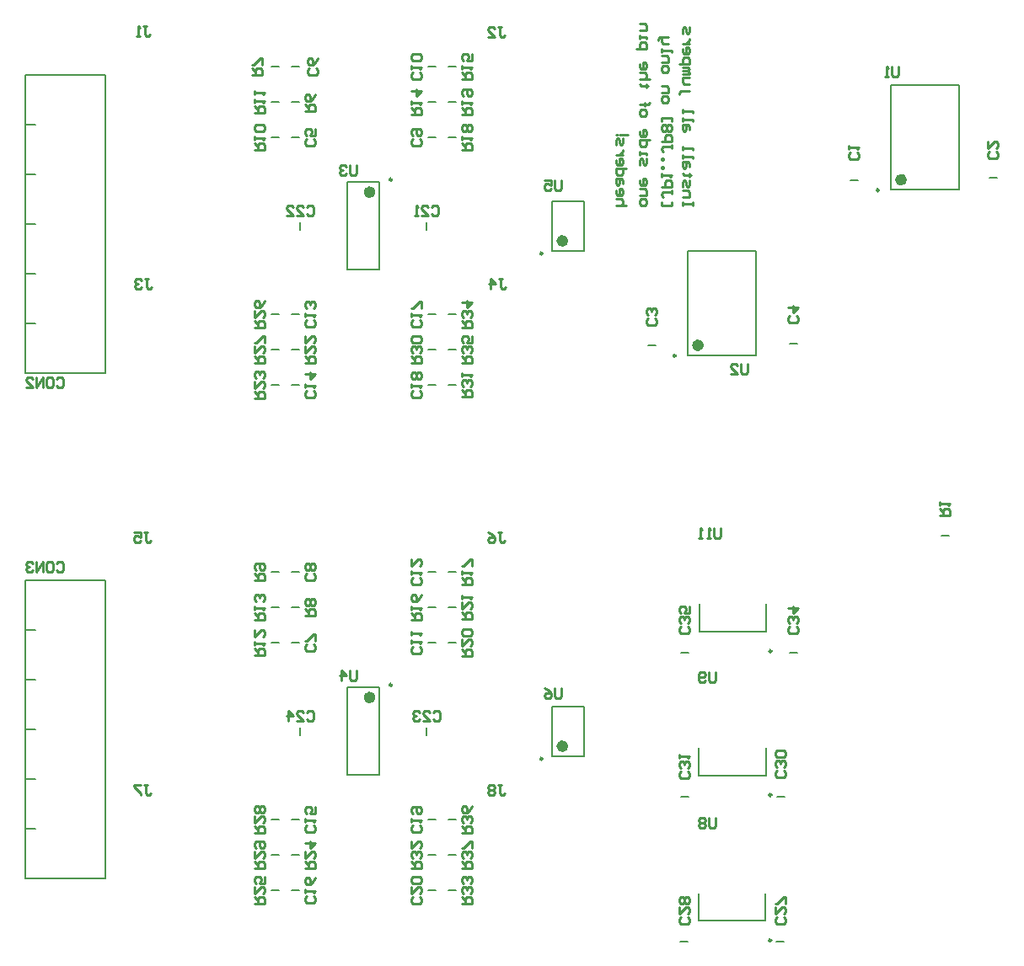
<source format=gbo>
G04*
G04 #@! TF.GenerationSoftware,Altium Limited,Altium Designer,22.1.2 (22)*
G04*
G04 Layer_Color=32896*
%FSLAX25Y25*%
%MOIN*%
G70*
G04*
G04 #@! TF.SameCoordinates,8EC6406F-258D-449A-8705-EE3481E119B6*
G04*
G04*
G04 #@! TF.FilePolarity,Positive*
G04*
G01*
G75*
%ADD10C,0.00984*%
%ADD12C,0.01000*%
%ADD14C,0.00800*%
%ADD70C,0.02362*%
D10*
X600353Y173793D02*
G03*
X600353Y173793I-492J0D01*
G01*
X562492Y347654D02*
G03*
X562492Y347654I-492J0D01*
G01*
X600453Y230693D02*
G03*
X600453Y230693I-492J0D01*
G01*
X509764Y388154D02*
G03*
X509764Y388154I-492J0D01*
G01*
X642791Y413154D02*
G03*
X642791Y413154I-492J0D01*
G01*
X509764Y188154D02*
G03*
X509764Y188154I-492J0D01*
G01*
X450220Y217347D02*
G03*
X450220Y217347I-492J0D01*
G01*
Y417346D02*
G03*
X450220Y417346I-492J0D01*
G01*
X600253Y116293D02*
G03*
X600253Y116293I-492J0D01*
G01*
D12*
X569259Y407000D02*
Y408333D01*
Y407666D01*
X565261D01*
Y407000D01*
Y408333D01*
Y410332D02*
X567926D01*
Y412332D01*
X567260Y412998D01*
X565261D01*
Y414331D02*
Y416330D01*
X565927Y416997D01*
X566593Y416330D01*
Y414997D01*
X567260Y414331D01*
X567926Y414997D01*
Y416997D01*
X568593Y418996D02*
X567926D01*
Y418330D01*
Y419663D01*
Y418996D01*
X565927D01*
X565261Y419663D01*
X567926Y422328D02*
Y423661D01*
X567260Y424328D01*
X565261D01*
Y422328D01*
X565927Y421662D01*
X566593Y422328D01*
Y424328D01*
X565261Y425661D02*
Y426994D01*
Y426327D01*
X569259D01*
Y425661D01*
X565261Y428993D02*
Y430326D01*
Y429659D01*
X569259D01*
Y428993D01*
X567926Y436990D02*
Y438323D01*
X567260Y438990D01*
X565261D01*
Y436990D01*
X565927Y436324D01*
X566593Y436990D01*
Y438990D01*
X565261Y440323D02*
Y441655D01*
Y440989D01*
X569259D01*
Y440323D01*
X565261Y443655D02*
Y444988D01*
Y444321D01*
X569259D01*
Y443655D01*
X563928Y450986D02*
Y451652D01*
X564594Y452319D01*
X567926D01*
Y454985D02*
X565927D01*
X565261Y455651D01*
Y457650D01*
X567926D01*
X565261Y458983D02*
X567926D01*
Y459650D01*
X567260Y460316D01*
X565261D01*
X567260D01*
X567926Y460983D01*
X567260Y461649D01*
X565261D01*
X563928Y462982D02*
X567926D01*
Y464981D01*
X567260Y465648D01*
X565927D01*
X565261Y464981D01*
Y462982D01*
Y468980D02*
Y467647D01*
X565927Y466981D01*
X567260D01*
X567926Y467647D01*
Y468980D01*
X567260Y469647D01*
X566593D01*
Y466981D01*
X567926Y470979D02*
X565261D01*
X566593D01*
X567260Y471646D01*
X567926Y472312D01*
Y472979D01*
X565261Y474978D02*
Y476977D01*
X565927Y477644D01*
X566593Y476977D01*
Y475644D01*
X567260Y474978D01*
X567926Y475644D01*
Y477644D01*
X556729Y408333D02*
Y407000D01*
X560728D01*
Y408333D01*
Y412998D02*
Y411665D01*
Y412332D01*
X557396D01*
X556729Y411665D01*
Y410999D01*
X557396Y410332D01*
X556729Y414331D02*
X560728D01*
Y416330D01*
X560061Y416997D01*
X558729D01*
X558062Y416330D01*
Y414331D01*
X556729Y418330D02*
Y419663D01*
Y418996D01*
X560728D01*
X560061Y418330D01*
X556729Y421662D02*
X557396D01*
Y422328D01*
X556729D01*
Y421662D01*
Y424994D02*
X557396D01*
Y425661D01*
X556729D01*
Y424994D01*
X560728Y430992D02*
Y429659D01*
Y430326D01*
X557396D01*
X556729Y429659D01*
Y428993D01*
X557396Y428327D01*
X556729Y432325D02*
X560728D01*
Y434325D01*
X560061Y434991D01*
X558729D01*
X558062Y434325D01*
Y432325D01*
X560061Y436324D02*
X560728Y436990D01*
Y438323D01*
X560061Y438990D01*
X559395D01*
X558729Y438323D01*
X558062Y438990D01*
X557396D01*
X556729Y438323D01*
Y436990D01*
X557396Y436324D01*
X558062D01*
X558729Y436990D01*
X559395Y436324D01*
X560061D01*
X558729Y436990D02*
Y438323D01*
X556729Y440323D02*
Y441655D01*
X560728D01*
Y440323D01*
X556729Y448320D02*
Y449653D01*
X557396Y450319D01*
X558729D01*
X559395Y449653D01*
Y448320D01*
X558729Y447654D01*
X557396D01*
X556729Y448320D01*
Y451652D02*
X559395D01*
Y453652D01*
X558729Y454318D01*
X556729D01*
Y460316D02*
Y461649D01*
X557396Y462316D01*
X558729D01*
X559395Y461649D01*
Y460316D01*
X558729Y459650D01*
X557396D01*
X556729Y460316D01*
Y463648D02*
X559395D01*
Y465648D01*
X558729Y466314D01*
X556729D01*
Y467647D02*
Y468980D01*
Y468314D01*
X560728D01*
Y467647D01*
X559395Y470979D02*
X557396D01*
X556729Y471646D01*
Y473645D01*
X556063D01*
X555396Y472979D01*
Y472312D01*
X556729Y473645D02*
X559395D01*
X548198Y407666D02*
Y408999D01*
X548864Y409666D01*
X550197D01*
X550864Y408999D01*
Y407666D01*
X550197Y407000D01*
X548864D01*
X548198Y407666D01*
Y410999D02*
X550864D01*
Y412998D01*
X550197Y413664D01*
X548198D01*
Y416997D02*
Y415664D01*
X548864Y414997D01*
X550197D01*
X550864Y415664D01*
Y416997D01*
X550197Y417663D01*
X549531D01*
Y414997D01*
X548198Y422995D02*
Y424994D01*
X548864Y425661D01*
X549531Y424994D01*
Y423661D01*
X550197Y422995D01*
X550864Y423661D01*
Y425661D01*
X548198Y426994D02*
Y428327D01*
Y427660D01*
X550864D01*
Y426994D01*
X552197Y432992D02*
X548198D01*
Y430992D01*
X548864Y430326D01*
X550197D01*
X550864Y430992D01*
Y432992D01*
X548198Y436324D02*
Y434991D01*
X548864Y434325D01*
X550197D01*
X550864Y434991D01*
Y436324D01*
X550197Y436990D01*
X549531D01*
Y434325D01*
X548198Y442988D02*
Y444321D01*
X548864Y444988D01*
X550197D01*
X550864Y444321D01*
Y442988D01*
X550197Y442322D01*
X548864D01*
X548198Y442988D01*
Y446987D02*
X551530D01*
X550197D01*
Y446321D01*
Y447653D01*
Y446987D01*
X551530D01*
X552197Y447653D01*
X551530Y454318D02*
X550864D01*
Y453652D01*
Y454985D01*
Y454318D01*
X548864D01*
X548198Y454985D01*
X552197Y456984D02*
X548198D01*
X550197D01*
X550864Y457650D01*
Y458983D01*
X550197Y459650D01*
X548198D01*
Y462982D02*
Y461649D01*
X548864Y460983D01*
X550197D01*
X550864Y461649D01*
Y462982D01*
X550197Y463648D01*
X549531D01*
Y460983D01*
X546865Y468980D02*
X550864D01*
Y470979D01*
X550197Y471646D01*
X548864D01*
X548198Y470979D01*
Y468980D01*
Y472979D02*
Y474312D01*
Y473645D01*
X550864D01*
Y472979D01*
X548198Y476311D02*
X550864D01*
Y478310D01*
X550197Y478977D01*
X548198D01*
X542999Y407000D02*
X539000D01*
X540999D01*
X541666Y407666D01*
Y408999D01*
X540999Y409666D01*
X539000D01*
Y412998D02*
Y411665D01*
X539666Y410999D01*
X540999D01*
X541666Y411665D01*
Y412998D01*
X540999Y413664D01*
X540333D01*
Y410999D01*
X541666Y415664D02*
Y416997D01*
X540999Y417663D01*
X539000D01*
Y415664D01*
X539666Y414997D01*
X540333Y415664D01*
Y417663D01*
X542999Y421662D02*
X539000D01*
Y419663D01*
X539666Y418996D01*
X540999D01*
X541666Y419663D01*
Y421662D01*
X539000Y424994D02*
Y423661D01*
X539666Y422995D01*
X540999D01*
X541666Y423661D01*
Y424994D01*
X540999Y425661D01*
X540333D01*
Y422995D01*
X541666Y426994D02*
X539000D01*
X540333D01*
X540999Y427660D01*
X541666Y428327D01*
Y428993D01*
X539000Y430992D02*
Y432992D01*
X539666Y433658D01*
X540333Y432992D01*
Y431659D01*
X540999Y430992D01*
X541666Y431659D01*
Y433658D01*
X540333Y434991D02*
X543665D01*
X539666D02*
X539000D01*
X580300Y279299D02*
Y275966D01*
X579634Y275300D01*
X578301D01*
X577634Y275966D01*
Y279299D01*
X576301Y275300D02*
X574968D01*
X575635D01*
Y279299D01*
X576301Y278632D01*
X572969Y275300D02*
X571636D01*
X572303D01*
Y279299D01*
X572969Y278632D01*
X578200Y222399D02*
Y219066D01*
X577534Y218400D01*
X576201D01*
X575534Y219066D01*
Y222399D01*
X574201Y219066D02*
X573535Y218400D01*
X572202D01*
X571535Y219066D01*
Y221732D01*
X572202Y222399D01*
X573535D01*
X574201Y221732D01*
Y221066D01*
X573535Y220399D01*
X571535D01*
X578100Y164899D02*
Y161566D01*
X577434Y160900D01*
X576101D01*
X575434Y161566D01*
Y164899D01*
X574101Y164232D02*
X573435Y164899D01*
X572102D01*
X571435Y164232D01*
Y163566D01*
X572102Y162899D01*
X571435Y162233D01*
Y161566D01*
X572102Y160900D01*
X573435D01*
X574101Y161566D01*
Y162233D01*
X573435Y162899D01*
X574101Y163566D01*
Y164232D01*
X573435Y162899D02*
X572102D01*
X517332Y215999D02*
Y212667D01*
X516666Y212001D01*
X515333D01*
X514666Y212667D01*
Y215999D01*
X510668D02*
X512001Y215333D01*
X513334Y214000D01*
Y212667D01*
X512667Y212001D01*
X511334D01*
X510668Y212667D01*
Y213334D01*
X511334Y214000D01*
X513334D01*
X517332Y416999D02*
Y413667D01*
X516666Y413001D01*
X515333D01*
X514666Y413667D01*
Y416999D01*
X510668D02*
X513334D01*
Y415000D01*
X512001Y415666D01*
X511334D01*
X510668Y415000D01*
Y413667D01*
X511334Y413001D01*
X512667D01*
X513334Y413667D01*
X436332Y222999D02*
Y219667D01*
X435666Y219001D01*
X434333D01*
X433666Y219667D01*
Y222999D01*
X430334Y219001D02*
Y222999D01*
X432334Y221000D01*
X429668D01*
X436332Y422999D02*
Y419667D01*
X435666Y419001D01*
X434333D01*
X433666Y419667D01*
Y422999D01*
X432334Y422333D02*
X431667Y422999D01*
X430334D01*
X429668Y422333D01*
Y421666D01*
X430334Y421000D01*
X431001D01*
X430334D01*
X429668Y420334D01*
Y419667D01*
X430334Y419001D01*
X431667D01*
X432334Y419667D01*
X591033Y344499D02*
Y341167D01*
X590367Y340501D01*
X589034D01*
X588367Y341167D01*
Y344499D01*
X584369Y340501D02*
X587034D01*
X584369Y343166D01*
Y343833D01*
X585035Y344499D01*
X586368D01*
X587034Y343833D01*
X650666Y461999D02*
Y458667D01*
X649999Y458001D01*
X648666D01*
X648000Y458667D01*
Y461999D01*
X646667Y458001D02*
X645334D01*
X646001D01*
Y461999D01*
X646667Y461333D01*
X478001Y144668D02*
X481999D01*
Y146668D01*
X481333Y147334D01*
X480000D01*
X479333Y146668D01*
Y144668D01*
Y146001D02*
X478001Y147334D01*
X481333Y148667D02*
X481999Y149334D01*
Y150666D01*
X481333Y151333D01*
X480666D01*
X480000Y150666D01*
Y150000D01*
Y150666D01*
X479333Y151333D01*
X478667D01*
X478001Y150666D01*
Y149334D01*
X478667Y148667D01*
X481999Y152666D02*
Y155332D01*
X481333D01*
X478667Y152666D01*
X478001D01*
X478001Y158668D02*
X481999D01*
Y160668D01*
X481333Y161334D01*
X480000D01*
X479334Y160668D01*
Y158668D01*
Y160001D02*
X478001Y161334D01*
X481333Y162667D02*
X481999Y163333D01*
Y164666D01*
X481333Y165333D01*
X480666D01*
X480000Y164666D01*
Y164000D01*
Y164666D01*
X479334Y165333D01*
X478667D01*
X478001Y164666D01*
Y163333D01*
X478667Y162667D01*
X481999Y169332D02*
X481333Y167999D01*
X480000Y166666D01*
X478667D01*
X478001Y167332D01*
Y168665D01*
X478667Y169332D01*
X479334D01*
X480000Y168665D01*
Y166666D01*
X478001Y344668D02*
X481999D01*
Y346668D01*
X481333Y347334D01*
X480000D01*
X479334Y346668D01*
Y344668D01*
Y346001D02*
X478001Y347334D01*
X481333Y348667D02*
X481999Y349334D01*
Y350666D01*
X481333Y351333D01*
X480666D01*
X480000Y350666D01*
Y350000D01*
Y350666D01*
X479334Y351333D01*
X478667D01*
X478001Y350666D01*
Y349334D01*
X478667Y348667D01*
X481999Y355332D02*
Y352666D01*
X480000D01*
X480666Y353999D01*
Y354665D01*
X480000Y355332D01*
X478667D01*
X478001Y354665D01*
Y353332D01*
X478667Y352666D01*
X478001Y358668D02*
X481999D01*
Y360668D01*
X481333Y361334D01*
X480000D01*
X479334Y360668D01*
Y358668D01*
Y360001D02*
X478001Y361334D01*
X481333Y362667D02*
X481999Y363334D01*
Y364666D01*
X481333Y365333D01*
X480666D01*
X480000Y364666D01*
Y364000D01*
Y364666D01*
X479334Y365333D01*
X478667D01*
X478001Y364666D01*
Y363334D01*
X478667Y362667D01*
X478001Y368665D02*
X481999D01*
X480000Y366666D01*
Y369332D01*
X478001Y130668D02*
X481999D01*
Y132668D01*
X481333Y133334D01*
X480000D01*
X479333Y132668D01*
Y130668D01*
Y132001D02*
X478001Y133334D01*
X481333Y134667D02*
X481999Y135334D01*
Y136666D01*
X481333Y137333D01*
X480666D01*
X480000Y136666D01*
Y136000D01*
Y136666D01*
X479333Y137333D01*
X478667D01*
X478001Y136666D01*
Y135334D01*
X478667Y134667D01*
X481333Y138666D02*
X481999Y139332D01*
Y140665D01*
X481333Y141332D01*
X480666D01*
X480000Y140665D01*
Y139999D01*
Y140665D01*
X479333Y141332D01*
X478667D01*
X478001Y140665D01*
Y139332D01*
X478667Y138666D01*
X458001Y144668D02*
X461999D01*
Y146668D01*
X461333Y147334D01*
X460000D01*
X459334Y146668D01*
Y144668D01*
Y146001D02*
X458001Y147334D01*
X461333Y148667D02*
X461999Y149334D01*
Y150666D01*
X461333Y151333D01*
X460666D01*
X460000Y150666D01*
Y150000D01*
Y150666D01*
X459334Y151333D01*
X458667D01*
X458001Y150666D01*
Y149334D01*
X458667Y148667D01*
X458001Y155332D02*
Y152666D01*
X460666Y155332D01*
X461333D01*
X461999Y154665D01*
Y153332D01*
X461333Y152666D01*
X478001Y331335D02*
X481999D01*
Y333334D01*
X481333Y334001D01*
X480000D01*
X479334Y333334D01*
Y331335D01*
Y332668D02*
X478001Y334001D01*
X481333Y335334D02*
X481999Y336000D01*
Y337333D01*
X481333Y337999D01*
X480666D01*
X480000Y337333D01*
Y336666D01*
Y337333D01*
X479334Y337999D01*
X478667D01*
X478001Y337333D01*
Y336000D01*
X478667Y335334D01*
X478001Y339332D02*
Y340665D01*
Y339999D01*
X481999D01*
X481333Y339332D01*
X458001Y344668D02*
X461999D01*
Y346668D01*
X461333Y347334D01*
X460000D01*
X459334Y346668D01*
Y344668D01*
Y346001D02*
X458001Y347334D01*
X461333Y348667D02*
X461999Y349334D01*
Y350666D01*
X461333Y351333D01*
X460666D01*
X460000Y350666D01*
Y350000D01*
Y350666D01*
X459334Y351333D01*
X458667D01*
X458001Y350666D01*
Y349334D01*
X458667Y348667D01*
X461333Y352666D02*
X461999Y353332D01*
Y354665D01*
X461333Y355332D01*
X458667D01*
X458001Y354665D01*
Y353332D01*
X458667Y352666D01*
X461333D01*
X396001Y144668D02*
X399999D01*
Y146668D01*
X399333Y147334D01*
X398000D01*
X397334Y146668D01*
Y144668D01*
Y146001D02*
X396001Y147334D01*
Y151333D02*
Y148667D01*
X398666Y151333D01*
X399333D01*
X399999Y150666D01*
Y149334D01*
X399333Y148667D01*
X396667Y152666D02*
X396001Y153332D01*
Y154665D01*
X396667Y155332D01*
X399333D01*
X399999Y154665D01*
Y153332D01*
X399333Y152666D01*
X398666D01*
X398000Y153332D01*
Y155332D01*
X396001Y158668D02*
X399999D01*
Y160668D01*
X399333Y161334D01*
X398000D01*
X397334Y160668D01*
Y158668D01*
Y160001D02*
X396001Y161334D01*
Y165333D02*
Y162667D01*
X398666Y165333D01*
X399333D01*
X399999Y164666D01*
Y163333D01*
X399333Y162667D01*
Y166666D02*
X399999Y167332D01*
Y168665D01*
X399333Y169332D01*
X398666D01*
X398000Y168665D01*
X397334Y169332D01*
X396667D01*
X396001Y168665D01*
Y167332D01*
X396667Y166666D01*
X397334D01*
X398000Y167332D01*
X398666Y166666D01*
X399333D01*
X398000Y167332D02*
Y168665D01*
X396001Y344668D02*
X399999D01*
Y346668D01*
X399333Y347334D01*
X398000D01*
X397334Y346668D01*
Y344668D01*
Y346001D02*
X396001Y347334D01*
Y351333D02*
Y348667D01*
X398666Y351333D01*
X399333D01*
X399999Y350666D01*
Y349334D01*
X399333Y348667D01*
X399999Y352666D02*
Y355332D01*
X399333D01*
X396667Y352666D01*
X396001D01*
Y358668D02*
X399999D01*
Y360668D01*
X399333Y361334D01*
X398000D01*
X397334Y360668D01*
Y358668D01*
Y360001D02*
X396001Y361334D01*
Y365333D02*
Y362667D01*
X398666Y365333D01*
X399333D01*
X399999Y364666D01*
Y363334D01*
X399333Y362667D01*
X399999Y369332D02*
X399333Y367999D01*
X398000Y366666D01*
X396667D01*
X396001Y367332D01*
Y368665D01*
X396667Y369332D01*
X397334D01*
X398000Y368665D01*
Y366666D01*
X396001Y130668D02*
X399999D01*
Y132668D01*
X399333Y133334D01*
X398000D01*
X397334Y132668D01*
Y130668D01*
Y132001D02*
X396001Y133334D01*
Y137333D02*
Y134667D01*
X398666Y137333D01*
X399333D01*
X399999Y136666D01*
Y135334D01*
X399333Y134667D01*
X399999Y141332D02*
Y138666D01*
X398000D01*
X398666Y139999D01*
Y140665D01*
X398000Y141332D01*
X396667D01*
X396001Y140665D01*
Y139332D01*
X396667Y138666D01*
X416001Y144668D02*
X419999D01*
Y146668D01*
X419333Y147334D01*
X418000D01*
X417334Y146668D01*
Y144668D01*
Y146001D02*
X416001Y147334D01*
Y151333D02*
Y148667D01*
X418666Y151333D01*
X419333D01*
X419999Y150666D01*
Y149334D01*
X419333Y148667D01*
X416001Y154665D02*
X419999D01*
X418000Y152666D01*
Y155332D01*
X396001Y330668D02*
X399999D01*
Y332668D01*
X399333Y333334D01*
X398000D01*
X397334Y332668D01*
Y330668D01*
Y332001D02*
X396001Y333334D01*
Y337333D02*
Y334667D01*
X398666Y337333D01*
X399333D01*
X399999Y336666D01*
Y335334D01*
X399333Y334667D01*
Y338666D02*
X399999Y339332D01*
Y340665D01*
X399333Y341332D01*
X398666D01*
X398000Y340665D01*
Y339999D01*
Y340665D01*
X397334Y341332D01*
X396667D01*
X396001Y340665D01*
Y339332D01*
X396667Y338666D01*
X416001Y344668D02*
X419999D01*
Y346668D01*
X419333Y347334D01*
X418000D01*
X417334Y346668D01*
Y344668D01*
Y346001D02*
X416001Y347334D01*
Y351333D02*
Y348667D01*
X418666Y351333D01*
X419333D01*
X419999Y350666D01*
Y349334D01*
X419333Y348667D01*
X416001Y355332D02*
Y352666D01*
X418666Y355332D01*
X419333D01*
X419999Y354665D01*
Y353332D01*
X419333Y352666D01*
X478001Y243335D02*
X481999D01*
Y245334D01*
X481333Y246001D01*
X480000D01*
X479334Y245334D01*
Y243335D01*
Y244668D02*
X478001Y246001D01*
Y249999D02*
Y247334D01*
X480666Y249999D01*
X481333D01*
X481999Y249333D01*
Y248000D01*
X481333Y247334D01*
X478001Y251332D02*
Y252665D01*
Y251999D01*
X481999D01*
X481333Y251332D01*
X478001Y228668D02*
X481999D01*
Y230668D01*
X481333Y231334D01*
X480000D01*
X479334Y230668D01*
Y228668D01*
Y230001D02*
X478001Y231334D01*
Y235333D02*
Y232667D01*
X480666Y235333D01*
X481333D01*
X481999Y234666D01*
Y233334D01*
X481333Y232667D01*
Y236666D02*
X481999Y237332D01*
Y238665D01*
X481333Y239332D01*
X478667D01*
X478001Y238665D01*
Y237332D01*
X478667Y236666D01*
X481333D01*
X478001Y443002D02*
X481999D01*
Y445001D01*
X481333Y445667D01*
X480000D01*
X479334Y445001D01*
Y443002D01*
Y444335D02*
X478001Y445667D01*
Y447000D02*
Y448333D01*
Y447667D01*
X481999D01*
X481333Y447000D01*
X478667Y450333D02*
X478001Y450999D01*
Y452332D01*
X478667Y452998D01*
X481333D01*
X481999Y452332D01*
Y450999D01*
X481333Y450333D01*
X480666D01*
X480000Y450999D01*
Y452998D01*
X478001Y429002D02*
X481999D01*
Y431001D01*
X481333Y431667D01*
X480000D01*
X479334Y431001D01*
Y429002D01*
Y430335D02*
X478001Y431667D01*
Y433000D02*
Y434333D01*
Y433667D01*
X481999D01*
X481333Y433000D01*
Y436333D02*
X481999Y436999D01*
Y438332D01*
X481333Y438998D01*
X480666D01*
X480000Y438332D01*
X479334Y438998D01*
X478667D01*
X478001Y438332D01*
Y436999D01*
X478667Y436333D01*
X479334D01*
X480000Y436999D01*
X480666Y436333D01*
X481333D01*
X480000Y436999D02*
Y438332D01*
X478001Y257002D02*
X481999D01*
Y259001D01*
X481333Y259667D01*
X480000D01*
X479334Y259001D01*
Y257002D01*
Y258334D02*
X478001Y259667D01*
Y261000D02*
Y262333D01*
Y261667D01*
X481999D01*
X481333Y261000D01*
X481999Y264333D02*
Y266998D01*
X481333D01*
X478667Y264333D01*
X478001D01*
X458001Y243002D02*
X461999D01*
Y245001D01*
X461333Y245667D01*
X460000D01*
X459334Y245001D01*
Y243002D01*
Y244335D02*
X458001Y245667D01*
Y247000D02*
Y248333D01*
Y247667D01*
X461999D01*
X461333Y247000D01*
X461999Y252998D02*
X461333Y251665D01*
X460000Y250333D01*
X458667D01*
X458001Y250999D01*
Y252332D01*
X458667Y252998D01*
X459334D01*
X460000Y252332D01*
Y250333D01*
X478001Y457002D02*
X481999D01*
Y459001D01*
X481333Y459667D01*
X480000D01*
X479334Y459001D01*
Y457002D01*
Y458334D02*
X478001Y459667D01*
Y461000D02*
Y462333D01*
Y461667D01*
X481999D01*
X481333Y461000D01*
X481999Y466998D02*
Y464333D01*
X480000D01*
X480666Y465665D01*
Y466332D01*
X480000Y466998D01*
X478667D01*
X478001Y466332D01*
Y464999D01*
X478667Y464333D01*
X458001Y443002D02*
X461999D01*
Y445001D01*
X461333Y445667D01*
X460000D01*
X459334Y445001D01*
Y443002D01*
Y444335D02*
X458001Y445667D01*
Y447000D02*
Y448333D01*
Y447667D01*
X461999D01*
X461333Y447000D01*
X458001Y452332D02*
X461999D01*
X460000Y450333D01*
Y452998D01*
X396001Y243002D02*
X399999D01*
Y245001D01*
X399333Y245667D01*
X398000D01*
X397334Y245001D01*
Y243002D01*
Y244335D02*
X396001Y245667D01*
Y247000D02*
Y248333D01*
Y247667D01*
X399999D01*
X399333Y247000D01*
Y250333D02*
X399999Y250999D01*
Y252332D01*
X399333Y252998D01*
X398666D01*
X398000Y252332D01*
Y251665D01*
Y252332D01*
X397334Y252998D01*
X396667D01*
X396001Y252332D01*
Y250999D01*
X396667Y250333D01*
X396001Y229002D02*
X399999D01*
Y231001D01*
X399333Y231667D01*
X398000D01*
X397334Y231001D01*
Y229002D01*
Y230334D02*
X396001Y231667D01*
Y233000D02*
Y234333D01*
Y233667D01*
X399999D01*
X399333Y233000D01*
X396001Y238998D02*
Y236333D01*
X398666Y238998D01*
X399333D01*
X399999Y238332D01*
Y236999D01*
X399333Y236333D01*
X396001Y443668D02*
X399999D01*
Y445667D01*
X399333Y446334D01*
X398000D01*
X397334Y445667D01*
Y443668D01*
Y445001D02*
X396001Y446334D01*
Y447667D02*
Y449000D01*
Y448333D01*
X399999D01*
X399333Y447667D01*
X396001Y450999D02*
Y452332D01*
Y451665D01*
X399999D01*
X399333Y450999D01*
X396001Y429002D02*
X399999D01*
Y431001D01*
X399333Y431667D01*
X398000D01*
X397334Y431001D01*
Y429002D01*
Y430335D02*
X396001Y431667D01*
Y433000D02*
Y434333D01*
Y433667D01*
X399999D01*
X399333Y433000D01*
Y436333D02*
X399999Y436999D01*
Y438332D01*
X399333Y438998D01*
X396667D01*
X396001Y438332D01*
Y436999D01*
X396667Y436333D01*
X399333D01*
X396001Y258668D02*
X399999D01*
Y260667D01*
X399333Y261334D01*
X398000D01*
X397334Y260667D01*
Y258668D01*
Y260001D02*
X396001Y261334D01*
X396667Y262667D02*
X396001Y263333D01*
Y264666D01*
X396667Y265332D01*
X399333D01*
X399999Y264666D01*
Y263333D01*
X399333Y262667D01*
X398666D01*
X398000Y263333D01*
Y265332D01*
X416001Y244668D02*
X419999D01*
Y246667D01*
X419333Y247334D01*
X418000D01*
X417334Y246667D01*
Y244668D01*
Y246001D02*
X416001Y247334D01*
X419333Y248667D02*
X419999Y249333D01*
Y250666D01*
X419333Y251332D01*
X418666D01*
X418000Y250666D01*
X417334Y251332D01*
X416667D01*
X416001Y250666D01*
Y249333D01*
X416667Y248667D01*
X417334D01*
X418000Y249333D01*
X418666Y248667D01*
X419333D01*
X418000Y249333D02*
Y250666D01*
X395031Y458668D02*
X399029D01*
Y460667D01*
X398363Y461334D01*
X397030D01*
X396363Y460667D01*
Y458668D01*
Y460001D02*
X395031Y461334D01*
X399029Y462667D02*
Y465332D01*
X398363D01*
X395697Y462667D01*
X395031D01*
X416001Y444455D02*
X419999D01*
Y446454D01*
X419333Y447121D01*
X418000D01*
X417334Y446454D01*
Y444455D01*
Y445788D02*
X416001Y447121D01*
X419999Y451120D02*
X419333Y449787D01*
X418000Y448454D01*
X416667D01*
X416001Y449120D01*
Y450453D01*
X416667Y451120D01*
X417334D01*
X418000Y450453D01*
Y448454D01*
X667001Y284334D02*
X670999D01*
Y286334D01*
X670333Y287000D01*
X669000D01*
X668334Y286334D01*
Y284334D01*
Y285667D02*
X667001Y287000D01*
Y288333D02*
Y289666D01*
Y288999D01*
X670999D01*
X670333Y288333D01*
X492299Y177699D02*
X493632D01*
X492965D01*
Y174366D01*
X493632Y173700D01*
X494298D01*
X494965Y174366D01*
X490966Y177032D02*
X490299Y177699D01*
X488966D01*
X488300Y177032D01*
Y176366D01*
X488966Y175699D01*
X488300Y175033D01*
Y174366D01*
X488966Y173700D01*
X490299D01*
X490966Y174366D01*
Y175033D01*
X490299Y175699D01*
X490966Y176366D01*
Y177032D01*
X490299Y175699D02*
X488966D01*
X352299Y177699D02*
X353632D01*
X352965D01*
Y174366D01*
X353632Y173700D01*
X354298D01*
X354964Y174366D01*
X350966Y177699D02*
X348300D01*
Y177032D01*
X350966Y174366D01*
Y173700D01*
X492299Y277699D02*
X493632D01*
X492965D01*
Y274366D01*
X493632Y273700D01*
X494298D01*
X494965Y274366D01*
X488300Y277699D02*
X489633Y277032D01*
X490966Y275699D01*
Y274366D01*
X490299Y273700D01*
X488966D01*
X488300Y274366D01*
Y275033D01*
X488966Y275699D01*
X490966D01*
X352299Y277699D02*
X353632D01*
X352965D01*
Y274366D01*
X353632Y273700D01*
X354298D01*
X354964Y274366D01*
X348300Y277699D02*
X350966D01*
Y275699D01*
X349633Y276366D01*
X348966D01*
X348300Y275699D01*
Y274366D01*
X348966Y273700D01*
X350299D01*
X350966Y274366D01*
X492666Y377999D02*
X493999D01*
X493333D01*
Y374667D01*
X493999Y374001D01*
X494666D01*
X495332Y374667D01*
X489334Y374001D02*
Y377999D01*
X491333Y376000D01*
X488668D01*
X352666Y377999D02*
X353999D01*
X353333D01*
Y374667D01*
X353999Y374001D01*
X354666D01*
X355332Y374667D01*
X351333Y377333D02*
X350667Y377999D01*
X349334D01*
X348668Y377333D01*
Y376666D01*
X349334Y376000D01*
X350001D01*
X349334D01*
X348668Y375334D01*
Y374667D01*
X349334Y374001D01*
X350667D01*
X351333Y374667D01*
X492299Y477699D02*
X493632D01*
X492965D01*
Y474366D01*
X493632Y473700D01*
X494298D01*
X494965Y474366D01*
X488300Y473700D02*
X490966D01*
X488300Y476366D01*
Y477032D01*
X488966Y477699D01*
X490299D01*
X490966Y477032D01*
X352000Y477999D02*
X353333D01*
X352666D01*
Y474667D01*
X353333Y474001D01*
X353999D01*
X354666Y474667D01*
X350667Y474001D02*
X349334D01*
X350001D01*
Y477999D01*
X350667Y477333D01*
X317665Y265333D02*
X318332Y265999D01*
X319665D01*
X320331Y265333D01*
Y262667D01*
X319665Y262001D01*
X318332D01*
X317665Y262667D01*
X314333Y265999D02*
X315666D01*
X316332Y265333D01*
Y262667D01*
X315666Y262001D01*
X314333D01*
X313666Y262667D01*
Y265333D01*
X314333Y265999D01*
X312333Y262001D02*
Y265999D01*
X309668Y262001D01*
Y265999D01*
X308335Y265333D02*
X307668Y265999D01*
X306335D01*
X305669Y265333D01*
Y264666D01*
X306335Y264000D01*
X307002D01*
X306335D01*
X305669Y263334D01*
Y262667D01*
X306335Y262001D01*
X307668D01*
X308335Y262667D01*
X317665Y338333D02*
X318332Y338999D01*
X319665D01*
X320331Y338333D01*
Y335667D01*
X319665Y335001D01*
X318332D01*
X317665Y335667D01*
X314333Y338999D02*
X315666D01*
X316332Y338333D01*
Y335667D01*
X315666Y335001D01*
X314333D01*
X313666Y335667D01*
Y338333D01*
X314333Y338999D01*
X312333Y335001D02*
Y338999D01*
X309668Y335001D01*
Y338999D01*
X305669Y335001D02*
X308335D01*
X305669Y337666D01*
Y338333D01*
X306335Y338999D01*
X307668D01*
X308335Y338333D01*
X567333Y240334D02*
X567999Y239668D01*
Y238335D01*
X567333Y237668D01*
X564667D01*
X564001Y238335D01*
Y239668D01*
X564667Y240334D01*
X567333Y241667D02*
X567999Y242334D01*
Y243666D01*
X567333Y244333D01*
X566666D01*
X566000Y243666D01*
Y243000D01*
Y243666D01*
X565334Y244333D01*
X564667D01*
X564001Y243666D01*
Y242334D01*
X564667Y241667D01*
X567999Y248332D02*
Y245666D01*
X566000D01*
X566666Y246999D01*
Y247665D01*
X566000Y248332D01*
X564667D01*
X564001Y247665D01*
Y246332D01*
X564667Y245666D01*
X610333Y240334D02*
X610999Y239668D01*
Y238335D01*
X610333Y237668D01*
X607667D01*
X607001Y238335D01*
Y239668D01*
X607667Y240334D01*
X610333Y241667D02*
X610999Y242334D01*
Y243666D01*
X610333Y244333D01*
X609666D01*
X609000Y243666D01*
Y243000D01*
Y243666D01*
X608334Y244333D01*
X607667D01*
X607001Y243666D01*
Y242334D01*
X607667Y241667D01*
X607001Y247665D02*
X610999D01*
X609000Y245666D01*
Y248332D01*
X567333Y183001D02*
X567999Y182334D01*
Y181001D01*
X567333Y180335D01*
X564667D01*
X564001Y181001D01*
Y182334D01*
X564667Y183001D01*
X567333Y184334D02*
X567999Y185000D01*
Y186333D01*
X567333Y186999D01*
X566666D01*
X566000Y186333D01*
Y185666D01*
Y186333D01*
X565334Y186999D01*
X564667D01*
X564001Y186333D01*
Y185000D01*
X564667Y184334D01*
X564001Y188332D02*
Y189665D01*
Y188999D01*
X567999D01*
X567333Y188332D01*
X605333Y183334D02*
X605999Y182668D01*
Y181335D01*
X605333Y180668D01*
X602667D01*
X602001Y181335D01*
Y182668D01*
X602667Y183334D01*
X605333Y184667D02*
X605999Y185334D01*
Y186666D01*
X605333Y187333D01*
X604666D01*
X604000Y186666D01*
Y186000D01*
Y186666D01*
X603334Y187333D01*
X602667D01*
X602001Y186666D01*
Y185334D01*
X602667Y184667D01*
X605333Y188666D02*
X605999Y189332D01*
Y190665D01*
X605333Y191332D01*
X602667D01*
X602001Y190665D01*
Y189332D01*
X602667Y188666D01*
X605333D01*
X567333Y125334D02*
X567999Y124668D01*
Y123335D01*
X567333Y122668D01*
X564667D01*
X564001Y123335D01*
Y124668D01*
X564667Y125334D01*
X564001Y129333D02*
Y126667D01*
X566666Y129333D01*
X567333D01*
X567999Y128666D01*
Y127333D01*
X567333Y126667D01*
Y130666D02*
X567999Y131332D01*
Y132665D01*
X567333Y133332D01*
X566666D01*
X566000Y132665D01*
X565334Y133332D01*
X564667D01*
X564001Y132665D01*
Y131332D01*
X564667Y130666D01*
X565334D01*
X566000Y131332D01*
X566666Y130666D01*
X567333D01*
X566000Y131332D02*
Y132665D01*
X605333Y125334D02*
X605999Y124668D01*
Y123335D01*
X605333Y122668D01*
X602667D01*
X602001Y123335D01*
Y124668D01*
X602667Y125334D01*
X602001Y129333D02*
Y126667D01*
X604666Y129333D01*
X605333D01*
X605999Y128666D01*
Y127333D01*
X605333Y126667D01*
X605999Y130666D02*
Y133332D01*
X605333D01*
X602667Y130666D01*
X602001D01*
X416666Y206333D02*
X417332Y206999D01*
X418665D01*
X419332Y206333D01*
Y203667D01*
X418665Y203001D01*
X417332D01*
X416666Y203667D01*
X412667Y203001D02*
X415333D01*
X412667Y205666D01*
Y206333D01*
X413334Y206999D01*
X414666D01*
X415333Y206333D01*
X409335Y203001D02*
Y206999D01*
X411334Y205000D01*
X408668D01*
X466666Y206333D02*
X467332Y206999D01*
X468665D01*
X469332Y206333D01*
Y203667D01*
X468665Y203001D01*
X467332D01*
X466666Y203667D01*
X462667Y203001D02*
X465333D01*
X462667Y205666D01*
Y206333D01*
X463334Y206999D01*
X464666D01*
X465333Y206333D01*
X461334D02*
X460668Y206999D01*
X459335D01*
X458668Y206333D01*
Y205666D01*
X459335Y205000D01*
X460001D01*
X459335D01*
X458668Y204333D01*
Y203667D01*
X459335Y203001D01*
X460668D01*
X461334Y203667D01*
X416666Y406333D02*
X417332Y406999D01*
X418665D01*
X419332Y406333D01*
Y403667D01*
X418665Y403001D01*
X417332D01*
X416666Y403667D01*
X412667Y403001D02*
X415333D01*
X412667Y405666D01*
Y406333D01*
X413334Y406999D01*
X414666D01*
X415333Y406333D01*
X408668Y403001D02*
X411334D01*
X408668Y405666D01*
Y406333D01*
X409335Y406999D01*
X410668D01*
X411334Y406333D01*
X465999D02*
X466666Y406999D01*
X467999D01*
X468665Y406333D01*
Y403667D01*
X467999Y403001D01*
X466666D01*
X465999Y403667D01*
X462001Y403001D02*
X464666D01*
X462001Y405666D01*
Y406333D01*
X462667Y406999D01*
X464000D01*
X464666Y406333D01*
X460668Y403001D02*
X459335D01*
X460001D01*
Y406999D01*
X460668Y406333D01*
X461333Y133334D02*
X461999Y132668D01*
Y131335D01*
X461333Y130668D01*
X458667D01*
X458001Y131335D01*
Y132668D01*
X458667Y133334D01*
X458001Y137333D02*
Y134667D01*
X460666Y137333D01*
X461333D01*
X461999Y136666D01*
Y135334D01*
X461333Y134667D01*
Y138666D02*
X461999Y139332D01*
Y140665D01*
X461333Y141332D01*
X458667D01*
X458001Y140665D01*
Y139332D01*
X458667Y138666D01*
X461333D01*
X461333Y161667D02*
X461999Y161001D01*
Y159668D01*
X461333Y159002D01*
X458667D01*
X458001Y159668D01*
Y161001D01*
X458667Y161667D01*
X458001Y163000D02*
Y164333D01*
Y163667D01*
X461999D01*
X461333Y163000D01*
X458667Y166333D02*
X458001Y166999D01*
Y168332D01*
X458667Y168998D01*
X461333D01*
X461999Y168332D01*
Y166999D01*
X461333Y166333D01*
X460666D01*
X460000Y166999D01*
Y168998D01*
X461333Y333667D02*
X461999Y333001D01*
Y331668D01*
X461333Y331002D01*
X458667D01*
X458001Y331668D01*
Y333001D01*
X458667Y333667D01*
X458001Y335000D02*
Y336333D01*
Y335667D01*
X461999D01*
X461333Y335000D01*
Y338333D02*
X461999Y338999D01*
Y340332D01*
X461333Y340998D01*
X460666D01*
X460000Y340332D01*
X459334Y340998D01*
X458667D01*
X458001Y340332D01*
Y338999D01*
X458667Y338333D01*
X459334D01*
X460000Y338999D01*
X460666Y338333D01*
X461333D01*
X460000Y338999D02*
Y340332D01*
X461333Y361667D02*
X461999Y361001D01*
Y359668D01*
X461333Y359002D01*
X458667D01*
X458001Y359668D01*
Y361001D01*
X458667Y361667D01*
X458001Y363000D02*
Y364333D01*
Y363667D01*
X461999D01*
X461333Y363000D01*
X461999Y366333D02*
Y368998D01*
X461333D01*
X458667Y366333D01*
X458001D01*
X419333Y133667D02*
X419999Y133001D01*
Y131668D01*
X419333Y131002D01*
X416667D01*
X416001Y131668D01*
Y133001D01*
X416667Y133667D01*
X416001Y135000D02*
Y136333D01*
Y135667D01*
X419999D01*
X419333Y135000D01*
X419999Y140998D02*
X419333Y139665D01*
X418000Y138333D01*
X416667D01*
X416001Y138999D01*
Y140332D01*
X416667Y140998D01*
X417334D01*
X418000Y140332D01*
Y138333D01*
X419333Y161667D02*
X419999Y161001D01*
Y159668D01*
X419333Y159002D01*
X416667D01*
X416001Y159668D01*
Y161001D01*
X416667Y161667D01*
X416001Y163000D02*
Y164333D01*
Y163667D01*
X419999D01*
X419333Y163000D01*
X419999Y168998D02*
Y166333D01*
X418000D01*
X418666Y167666D01*
Y168332D01*
X418000Y168998D01*
X416667D01*
X416001Y168332D01*
Y166999D01*
X416667Y166333D01*
X419333Y333667D02*
X419999Y333001D01*
Y331668D01*
X419333Y331002D01*
X416667D01*
X416001Y331668D01*
Y333001D01*
X416667Y333667D01*
X416001Y335000D02*
Y336333D01*
Y335667D01*
X419999D01*
X419333Y335000D01*
X416001Y340332D02*
X419999D01*
X418000Y338333D01*
Y340998D01*
X419333Y361667D02*
X419999Y361001D01*
Y359668D01*
X419333Y359002D01*
X416667D01*
X416001Y359668D01*
Y361001D01*
X416667Y361667D01*
X416001Y363000D02*
Y364333D01*
Y363667D01*
X419999D01*
X419333Y363000D01*
Y366333D02*
X419999Y366999D01*
Y368332D01*
X419333Y368998D01*
X418666D01*
X418000Y368332D01*
Y367666D01*
Y368332D01*
X417334Y368998D01*
X416667D01*
X416001Y368332D01*
Y366999D01*
X416667Y366333D01*
X461333Y259667D02*
X461999Y259001D01*
Y257668D01*
X461333Y257002D01*
X458667D01*
X458001Y257668D01*
Y259001D01*
X458667Y259667D01*
X458001Y261000D02*
Y262333D01*
Y261667D01*
X461999D01*
X461333Y261000D01*
X458001Y266998D02*
Y264333D01*
X460666Y266998D01*
X461333D01*
X461999Y266332D01*
Y264999D01*
X461333Y264333D01*
Y232334D02*
X461999Y231667D01*
Y230334D01*
X461333Y229668D01*
X458667D01*
X458001Y230334D01*
Y231667D01*
X458667Y232334D01*
X458001Y233667D02*
Y235000D01*
Y234333D01*
X461999D01*
X461333Y233667D01*
X458001Y236999D02*
Y238332D01*
Y237666D01*
X461999D01*
X461333Y236999D01*
Y459667D02*
X461999Y459001D01*
Y457668D01*
X461333Y457002D01*
X458667D01*
X458001Y457668D01*
Y459001D01*
X458667Y459667D01*
X458001Y461000D02*
Y462333D01*
Y461667D01*
X461999D01*
X461333Y461000D01*
Y464333D02*
X461999Y464999D01*
Y466332D01*
X461333Y466998D01*
X458667D01*
X458001Y466332D01*
Y464999D01*
X458667Y464333D01*
X461333D01*
Y433334D02*
X461999Y432667D01*
Y431334D01*
X461333Y430668D01*
X458667D01*
X458001Y431334D01*
Y432667D01*
X458667Y433334D01*
Y434666D02*
X458001Y435333D01*
Y436666D01*
X458667Y437332D01*
X461333D01*
X461999Y436666D01*
Y435333D01*
X461333Y434666D01*
X460666D01*
X460000Y435333D01*
Y437332D01*
X419333Y261334D02*
X419999Y260667D01*
Y259334D01*
X419333Y258668D01*
X416667D01*
X416001Y259334D01*
Y260667D01*
X416667Y261334D01*
X419333Y262667D02*
X419999Y263333D01*
Y264666D01*
X419333Y265332D01*
X418666D01*
X418000Y264666D01*
X417334Y265332D01*
X416667D01*
X416001Y264666D01*
Y263333D01*
X416667Y262667D01*
X417334D01*
X418000Y263333D01*
X418666Y262667D01*
X419333D01*
X418000Y263333D02*
Y264666D01*
X419333Y233334D02*
X419999Y232667D01*
Y231334D01*
X419333Y230668D01*
X416667D01*
X416001Y231334D01*
Y232667D01*
X416667Y233334D01*
X419999Y234666D02*
Y237332D01*
X419333D01*
X416667Y234666D01*
X416001D01*
X420333Y461334D02*
X420999Y460667D01*
Y459334D01*
X420333Y458668D01*
X417667D01*
X417001Y459334D01*
Y460667D01*
X417667Y461334D01*
X420999Y465332D02*
X420333Y463999D01*
X419000Y462667D01*
X417667D01*
X417001Y463333D01*
Y464666D01*
X417667Y465332D01*
X418334D01*
X419000Y464666D01*
Y462667D01*
X419333Y433334D02*
X419999Y432667D01*
Y431334D01*
X419333Y430668D01*
X416667D01*
X416001Y431334D01*
Y432667D01*
X416667Y433334D01*
X419999Y437332D02*
Y434666D01*
X418000D01*
X418666Y435999D01*
Y436666D01*
X418000Y437332D01*
X416667D01*
X416001Y436666D01*
Y435333D01*
X416667Y434666D01*
X610333Y363334D02*
X610999Y362667D01*
Y361334D01*
X610333Y360668D01*
X607667D01*
X607001Y361334D01*
Y362667D01*
X607667Y363334D01*
X607001Y366666D02*
X610999D01*
X609000Y364667D01*
Y367332D01*
X551667Y362334D02*
X551001Y361667D01*
Y360334D01*
X551667Y359668D01*
X554333D01*
X554999Y360334D01*
Y361667D01*
X554333Y362334D01*
X551667Y363667D02*
X551001Y364333D01*
Y365666D01*
X551667Y366332D01*
X552334D01*
X553000Y365666D01*
Y364999D01*
Y365666D01*
X553666Y366332D01*
X554333D01*
X554999Y365666D01*
Y364333D01*
X554333Y363667D01*
X689333Y428334D02*
X689999Y427667D01*
Y426334D01*
X689333Y425668D01*
X686667D01*
X686001Y426334D01*
Y427667D01*
X686667Y428334D01*
X686001Y432332D02*
Y429667D01*
X688666Y432332D01*
X689333D01*
X689999Y431666D01*
Y430333D01*
X689333Y429667D01*
X634333Y428000D02*
X634999Y427334D01*
Y426001D01*
X634333Y425334D01*
X631667D01*
X631001Y426001D01*
Y427334D01*
X631667Y428000D01*
X631001Y429333D02*
Y430666D01*
Y429999D01*
X634999D01*
X634333Y429333D01*
D14*
X571666Y181450D02*
X598135D01*
X571666D02*
Y192395D01*
X598135Y181450D02*
Y192395D01*
X551500Y351654D02*
X554500D01*
X607500Y352346D02*
X610500D01*
X567315Y347831D02*
Y389169D01*
X594087Y347831D02*
Y389169D01*
X567315Y347831D02*
X594087D01*
X567315Y389169D02*
X594087D01*
X571766Y238350D02*
X598235D01*
X571766D02*
Y249295D01*
X598235Y238350D02*
Y249295D01*
X410500Y150000D02*
X413500D01*
X402500D02*
X405500D01*
X402500Y136000D02*
X405500D01*
X410500D02*
X413500D01*
X464500Y150000D02*
X467500D01*
X464500Y136000D02*
X467500D01*
X472500Y150000D02*
X475500D01*
X472500Y136000D02*
X475500D01*
X305252Y160417D02*
X309189D01*
X305252Y180102D02*
X309189D01*
X305252Y199787D02*
X309189D01*
X305252Y219472D02*
X309189D01*
X305252Y239158D02*
X309189D01*
X305252Y140732D02*
Y258842D01*
Y140732D02*
X336748D01*
Y258842D01*
X305252D02*
X336748D01*
X305252Y360417D02*
X309189D01*
X305252Y380102D02*
X309189D01*
X305252Y399787D02*
X309189D01*
X305252Y419472D02*
X309189D01*
X305252Y439157D02*
X309189D01*
X305252Y340732D02*
Y458843D01*
Y340732D02*
X336748D01*
Y458843D01*
X305252D02*
X336748D01*
X464500Y248000D02*
X467500D01*
X464500Y234000D02*
X467500D01*
X464500Y262000D02*
X467500D01*
X667500Y276346D02*
X670500D01*
X513701Y408843D02*
X526299D01*
X513701Y389158D02*
X526299D01*
Y408843D01*
X513701Y389158D02*
Y408843D01*
X647614Y413331D02*
Y454669D01*
X674386Y413331D02*
Y454669D01*
X647614Y413331D02*
X674386D01*
X647614Y454669D02*
X674386D01*
X513701Y208842D02*
X526299D01*
X513701Y189157D02*
X526299D01*
Y208842D01*
X513701Y189157D02*
Y208842D01*
X432701Y181677D02*
X445299D01*
X432701Y216323D02*
X445299D01*
X432701Y181677D02*
Y216323D01*
X445299Y181677D02*
Y216323D01*
X472500Y262000D02*
X475500D01*
X472500Y248000D02*
X475500D01*
X410500D02*
X413500D01*
X410500Y262000D02*
X413500D01*
X410500Y234000D02*
X413500D01*
X402500Y262000D02*
X405500D01*
X402500Y248000D02*
X405500D01*
X410500Y164000D02*
X413500D01*
X402500D02*
X405500D01*
X464500D02*
X467500D01*
X402500Y234000D02*
X405500D01*
X472500Y164000D02*
X475500D01*
X472500Y234000D02*
X475500D01*
X410500Y350000D02*
X413500D01*
X410500Y336000D02*
X413500D01*
X402500D02*
X405500D01*
X402500Y350000D02*
X405500D01*
X410500Y364000D02*
X413500D01*
X402500D02*
X405500D01*
X464500Y350000D02*
X467500D01*
X464500Y364000D02*
X467500D01*
X472500D02*
X475500D01*
X472500Y350000D02*
X475500D01*
X464500Y336000D02*
X467500D01*
X472500D02*
X475500D01*
X414000Y197500D02*
Y200500D01*
X464000Y197500D02*
Y200500D01*
X445299Y381677D02*
Y416323D01*
X432701Y381677D02*
Y416323D01*
X445299D01*
X432701Y381677D02*
X445299D01*
X464000Y397500D02*
Y400500D01*
X414000Y397500D02*
Y400500D01*
X464500Y448000D02*
X467500D01*
X464500Y434000D02*
X467500D01*
X472500D02*
X475500D01*
X472500Y448000D02*
X475500D01*
X472500Y462000D02*
X475500D01*
X464500D02*
X467500D01*
X410500Y448000D02*
X413500D01*
X410500Y434000D02*
X413500D01*
X402500Y448000D02*
X405500D01*
X402500Y434000D02*
X405500D01*
X402500Y462000D02*
X405500D01*
X410500D02*
X413500D01*
X686500Y418000D02*
X689500D01*
X631500Y417000D02*
X634500D01*
X564500Y230000D02*
X567500D01*
X564300Y115600D02*
X567300D01*
X564400Y173100D02*
X567400D01*
X598035Y123950D02*
Y134895D01*
X571566Y123950D02*
Y134895D01*
Y123950D02*
X598035D01*
X607500Y230000D02*
X610500D01*
X602300Y115600D02*
X605300D01*
X602400Y173100D02*
X605400D01*
D70*
X572433Y351768D02*
G03*
X572433Y351768I-1181J0D01*
G01*
X518819Y393094D02*
G03*
X518819Y393094I-1181J0D01*
G01*
X652732Y417268D02*
G03*
X652732Y417268I-1181J0D01*
G01*
X518819Y193095D02*
G03*
X518819Y193095I-1181J0D01*
G01*
X442543Y212386D02*
G03*
X442543Y212386I-1181J0D01*
G01*
Y412386D02*
G03*
X442543Y412386I-1181J0D01*
G01*
M02*

</source>
